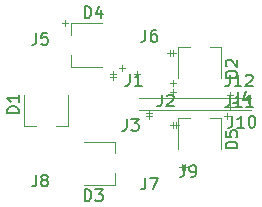
<source format=gbr>
%TF.GenerationSoftware,KiCad,Pcbnew,(5.1.9)-1*%
%TF.CreationDate,2021-08-28T05:28:07+03:00*%
%TF.ProjectId,LED_Head_001,4c45445f-4865-4616-945f-3030312e6b69,rev?*%
%TF.SameCoordinates,Original*%
%TF.FileFunction,Legend,Top*%
%TF.FilePolarity,Positive*%
%FSLAX46Y46*%
G04 Gerber Fmt 4.6, Leading zero omitted, Abs format (unit mm)*
G04 Created by KiCad (PCBNEW (5.1.9)-1) date 2021-08-28 05:28:07*
%MOMM*%
%LPD*%
G01*
G04 APERTURE LIST*
%ADD10C,0.120000*%
%ADD11C,0.150000*%
G04 APERTURE END LIST*
D10*
X-6604000Y-5334000D02*
X-6096000Y-5334000D01*
X-6350000Y-5588000D02*
X-6350000Y-5080000D01*
X-6350000Y-5334000D02*
X-5842000Y-5334000D01*
X-6096000Y-5588000D02*
X-6096000Y-5080000D01*
X-16453700Y6850000D02*
X-15945700Y6850000D01*
X-16199700Y6596000D02*
X-16199700Y7104000D01*
X-7366000Y4318000D02*
X-6858000Y4318000D01*
X-7112000Y4064000D02*
X-7112000Y4572000D01*
X-7620000Y4318000D02*
X-7112000Y4318000D01*
X-7366000Y4064000D02*
X-7366000Y4572000D01*
X-7366000Y4064000D02*
X-7366000Y4572000D01*
X-7620000Y4318000D02*
X-7112000Y4318000D01*
X-12446000Y2286000D02*
X-11938000Y2286000D01*
X-12192000Y2032000D02*
X-12192000Y2540000D01*
X-10414000Y2540000D02*
X-9906000Y2540000D01*
X-10160000Y2286000D02*
X-10160000Y2794000D01*
X-12446000Y2540000D02*
X-11938000Y2540000D01*
X-12192000Y2286000D02*
X-12192000Y2794000D01*
X-7366000Y1016000D02*
X-6858000Y1016000D01*
X-7112000Y762000D02*
X-7112000Y1270000D01*
X-2540000Y762000D02*
X-2032000Y762000D01*
X-2286000Y508000D02*
X-2286000Y1016000D01*
X-9398000Y-762000D02*
X-8890000Y-762000D01*
X-9144000Y-1016000D02*
X-9144000Y-508000D01*
X-7366000Y-1778000D02*
X-6858000Y-1778000D01*
X-7112000Y-2032000D02*
X-7112000Y-1524000D01*
X-7112000Y-1778000D02*
X-6604000Y-1778000D01*
X-6858000Y-2032000D02*
X-6858000Y-1524000D01*
X-2794000Y-1016000D02*
X-2286000Y-1016000D01*
X-2540000Y-1270000D02*
X-2540000Y-762000D01*
X-9398000Y-1016000D02*
X-8890000Y-1016000D01*
X-9144000Y-1270000D02*
X-9144000Y-762000D01*
X-2540000Y-254000D02*
X-2032000Y-254000D01*
X-2286000Y-508000D02*
X-2286000Y0D01*
X-7366000Y1778000D02*
X-6858000Y1778000D01*
X-7112000Y1524000D02*
X-7112000Y2032000D01*
X-11684000Y3048000D02*
X-11176000Y3048000D01*
X-11430000Y2794000D02*
X-11430000Y3302000D01*
X-500000Y-500000D02*
X-10000000Y-500000D01*
X-500000Y500000D02*
X-10000000Y500000D01*
%TO.C,D1*%
X-19691700Y750000D02*
X-19691700Y-1850000D01*
X-19691700Y-1850000D02*
X-18691700Y-1850000D01*
X-15991700Y750000D02*
X-15991700Y-1850000D01*
X-15991700Y-1850000D02*
X-16991700Y-1850000D01*
%TO.C,D2*%
X-6691700Y4850000D02*
X-5691700Y4850000D01*
X-6691700Y2250000D02*
X-6691700Y4850000D01*
X-2991700Y4850000D02*
X-3991700Y4850000D01*
X-2991700Y2250000D02*
X-2991700Y4850000D01*
%TO.C,D3*%
X-11991700Y-3150000D02*
X-11991700Y-4150000D01*
X-14591700Y-3150000D02*
X-11991700Y-3150000D01*
X-11991700Y-6850000D02*
X-11991700Y-5850000D01*
X-14591700Y-6850000D02*
X-11991700Y-6850000D01*
%TO.C,D4*%
X-13091700Y6850000D02*
X-15691700Y6850000D01*
X-15691700Y6850000D02*
X-15691700Y5850000D01*
X-13091700Y3150000D02*
X-15691700Y3150000D01*
X-15691700Y3150000D02*
X-15691700Y4150000D01*
%TO.C,D5*%
X-2991700Y-3750000D02*
X-2991700Y-1150000D01*
X-2991700Y-1150000D02*
X-3991700Y-1150000D01*
X-6691700Y-3750000D02*
X-6691700Y-1150000D01*
X-6691700Y-1150000D02*
X-5691700Y-1150000D01*
%TO.C,D1*%
D11*
X-20139319Y-738095D02*
X-21139319Y-738095D01*
X-21139319Y-499999D01*
X-21091700Y-357142D01*
X-20996461Y-261904D01*
X-20901223Y-214285D01*
X-20710747Y-166666D01*
X-20567890Y-166666D01*
X-20377414Y-214285D01*
X-20282176Y-261904D01*
X-20186938Y-357142D01*
X-20139319Y-500000D01*
X-20139319Y-738095D01*
X-20139319Y785714D02*
X-20139319Y214285D01*
X-20139319Y500000D02*
X-21139319Y500000D01*
X-20996461Y404761D01*
X-20901223Y309523D01*
X-20853604Y214285D01*
%TO.C,D2*%
X-1639319Y2261904D02*
X-2639319Y2261904D01*
X-2639319Y2500000D01*
X-2591700Y2642857D01*
X-2496461Y2738095D01*
X-2401223Y2785714D01*
X-2210747Y2833333D01*
X-2067890Y2833333D01*
X-1877414Y2785714D01*
X-1782176Y2738095D01*
X-1686938Y2642857D01*
X-1639319Y2500000D01*
X-1639319Y2261904D01*
X-2544080Y3214285D02*
X-2591700Y3261904D01*
X-2639319Y3357142D01*
X-2639319Y3595238D01*
X-2591700Y3690476D01*
X-2544080Y3738095D01*
X-2448842Y3785714D01*
X-2353604Y3785714D01*
X-2210747Y3738095D01*
X-1639319Y3166666D01*
X-1639319Y3785714D01*
%TO.C,D3*%
X-14579795Y-8202380D02*
X-14579795Y-7202380D01*
X-14341700Y-7202380D01*
X-14198842Y-7250000D01*
X-14103604Y-7345238D01*
X-14055985Y-7440476D01*
X-14008366Y-7630952D01*
X-14008366Y-7773809D01*
X-14055985Y-7964285D01*
X-14103604Y-8059523D01*
X-14198842Y-8154761D01*
X-14341700Y-8202380D01*
X-14579795Y-8202380D01*
X-13675033Y-7202380D02*
X-13055985Y-7202380D01*
X-13389319Y-7583333D01*
X-13246461Y-7583333D01*
X-13151223Y-7630952D01*
X-13103604Y-7678571D01*
X-13055985Y-7773809D01*
X-13055985Y-8011904D01*
X-13103604Y-8107142D01*
X-13151223Y-8154761D01*
X-13246461Y-8202380D01*
X-13532176Y-8202380D01*
X-13627414Y-8154761D01*
X-13675033Y-8107142D01*
%TO.C,D4*%
X-14579795Y7297619D02*
X-14579795Y8297619D01*
X-14341700Y8297619D01*
X-14198842Y8250000D01*
X-14103604Y8154761D01*
X-14055985Y8059523D01*
X-14008366Y7869047D01*
X-14008366Y7726190D01*
X-14055985Y7535714D01*
X-14103604Y7440476D01*
X-14198842Y7345238D01*
X-14341700Y7297619D01*
X-14579795Y7297619D01*
X-13151223Y7964285D02*
X-13151223Y7297619D01*
X-13389319Y8345238D02*
X-13627414Y7630952D01*
X-13008366Y7630952D01*
%TO.C,D5*%
X-1639319Y-3738095D02*
X-2639319Y-3738095D01*
X-2639319Y-3500000D01*
X-2591700Y-3357142D01*
X-2496461Y-3261904D01*
X-2401223Y-3214285D01*
X-2210747Y-3166666D01*
X-2067890Y-3166666D01*
X-1877414Y-3214285D01*
X-1782176Y-3261904D01*
X-1686938Y-3357142D01*
X-1639319Y-3500000D01*
X-1639319Y-3738095D01*
X-2639319Y-2261904D02*
X-2639319Y-2738095D01*
X-2163128Y-2785714D01*
X-2210747Y-2738095D01*
X-2258366Y-2642857D01*
X-2258366Y-2404761D01*
X-2210747Y-2309523D01*
X-2163128Y-2261904D01*
X-2067890Y-2214285D01*
X-1829795Y-2214285D01*
X-1734557Y-2261904D01*
X-1686938Y-2309523D01*
X-1639319Y-2404761D01*
X-1639319Y-2642857D01*
X-1686938Y-2738095D01*
X-1734557Y-2785714D01*
%TO.C,J1*%
X-10747333Y2579619D02*
X-10747333Y1865333D01*
X-10794952Y1722476D01*
X-10890190Y1627238D01*
X-11033047Y1579619D01*
X-11128285Y1579619D01*
X-9747333Y1579619D02*
X-10318761Y1579619D01*
X-10033047Y1579619D02*
X-10033047Y2579619D01*
X-10128285Y2436761D01*
X-10223523Y2341523D01*
X-10318761Y2293904D01*
%TO.C,J2*%
X-8033333Y822619D02*
X-8033333Y108333D01*
X-8080952Y-34523D01*
X-8176190Y-129761D01*
X-8319047Y-177380D01*
X-8414285Y-177380D01*
X-7604761Y727380D02*
X-7557142Y775000D01*
X-7461904Y822619D01*
X-7223809Y822619D01*
X-7128571Y775000D01*
X-7080952Y727380D01*
X-7033333Y632142D01*
X-7033333Y536904D01*
X-7080952Y394047D01*
X-7652380Y-177380D01*
X-7033333Y-177380D01*
%TO.C,J3*%
X-11001333Y-1230380D02*
X-11001333Y-1944666D01*
X-11048952Y-2087523D01*
X-11144190Y-2182761D01*
X-11287047Y-2230380D01*
X-11382285Y-2230380D01*
X-10620380Y-1230380D02*
X-10001333Y-1230380D01*
X-10334666Y-1611333D01*
X-10191809Y-1611333D01*
X-10096571Y-1658952D01*
X-10048952Y-1706571D01*
X-10001333Y-1801809D01*
X-10001333Y-2039904D01*
X-10048952Y-2135142D01*
X-10096571Y-2182761D01*
X-10191809Y-2230380D01*
X-10477523Y-2230380D01*
X-10572761Y-2182761D01*
X-10620380Y-2135142D01*
%TO.C,J4*%
X-1608333Y1072619D02*
X-1608333Y358333D01*
X-1655952Y215476D01*
X-1751190Y120238D01*
X-1894047Y72619D01*
X-1989285Y72619D01*
X-703571Y739285D02*
X-703571Y72619D01*
X-941666Y1120238D02*
X-1179761Y405952D01*
X-560714Y405952D01*
%TO.C,J5*%
X-18675033Y6047619D02*
X-18675033Y5333333D01*
X-18722652Y5190476D01*
X-18817890Y5095238D01*
X-18960747Y5047619D01*
X-19055985Y5047619D01*
X-17722652Y6047619D02*
X-18198842Y6047619D01*
X-18246461Y5571428D01*
X-18198842Y5619047D01*
X-18103604Y5666666D01*
X-17865509Y5666666D01*
X-17770271Y5619047D01*
X-17722652Y5571428D01*
X-17675033Y5476190D01*
X-17675033Y5238095D01*
X-17722652Y5142857D01*
X-17770271Y5095238D01*
X-17865509Y5047619D01*
X-18103604Y5047619D01*
X-18198842Y5095238D01*
X-18246461Y5142857D01*
%TO.C,J6*%
X-9425033Y6297619D02*
X-9425033Y5583333D01*
X-9472652Y5440476D01*
X-9567890Y5345238D01*
X-9710747Y5297619D01*
X-9805985Y5297619D01*
X-8520271Y6297619D02*
X-8710747Y6297619D01*
X-8805985Y6250000D01*
X-8853604Y6202380D01*
X-8948842Y6059523D01*
X-8996461Y5869047D01*
X-8996461Y5488095D01*
X-8948842Y5392857D01*
X-8901223Y5345238D01*
X-8805985Y5297619D01*
X-8615509Y5297619D01*
X-8520271Y5345238D01*
X-8472652Y5392857D01*
X-8425033Y5488095D01*
X-8425033Y5726190D01*
X-8472652Y5821428D01*
X-8520271Y5869047D01*
X-8615509Y5916666D01*
X-8805985Y5916666D01*
X-8901223Y5869047D01*
X-8948842Y5821428D01*
X-8996461Y5726190D01*
%TO.C,J7*%
X-9425033Y-6202380D02*
X-9425033Y-6916666D01*
X-9472652Y-7059523D01*
X-9567890Y-7154761D01*
X-9710747Y-7202380D01*
X-9805985Y-7202380D01*
X-9044080Y-6202380D02*
X-8377414Y-6202380D01*
X-8805985Y-7202380D01*
%TO.C,J8*%
X-18675033Y-5952380D02*
X-18675033Y-6666666D01*
X-18722652Y-6809523D01*
X-18817890Y-6904761D01*
X-18960747Y-6952380D01*
X-19055985Y-6952380D01*
X-18055985Y-6380952D02*
X-18151223Y-6333333D01*
X-18198842Y-6285714D01*
X-18246461Y-6190476D01*
X-18246461Y-6142857D01*
X-18198842Y-6047619D01*
X-18151223Y-6000000D01*
X-18055985Y-5952380D01*
X-17865509Y-5952380D01*
X-17770271Y-6000000D01*
X-17722652Y-6047619D01*
X-17675033Y-6142857D01*
X-17675033Y-6190476D01*
X-17722652Y-6285714D01*
X-17770271Y-6333333D01*
X-17865509Y-6380952D01*
X-18055985Y-6380952D01*
X-18151223Y-6428571D01*
X-18198842Y-6476190D01*
X-18246461Y-6571428D01*
X-18246461Y-6761904D01*
X-18198842Y-6857142D01*
X-18151223Y-6904761D01*
X-18055985Y-6952380D01*
X-17865509Y-6952380D01*
X-17770271Y-6904761D01*
X-17722652Y-6857142D01*
X-17675033Y-6761904D01*
X-17675033Y-6571428D01*
X-17722652Y-6476190D01*
X-17770271Y-6428571D01*
X-17865509Y-6380952D01*
%TO.C,J9*%
X-6133333Y-5152380D02*
X-6133333Y-5866666D01*
X-6180952Y-6009523D01*
X-6276190Y-6104761D01*
X-6419047Y-6152380D01*
X-6514285Y-6152380D01*
X-5609523Y-6152380D02*
X-5419047Y-6152380D01*
X-5323809Y-6104761D01*
X-5276190Y-6057142D01*
X-5180952Y-5914285D01*
X-5133333Y-5723809D01*
X-5133333Y-5342857D01*
X-5180952Y-5247619D01*
X-5228571Y-5200000D01*
X-5323809Y-5152380D01*
X-5514285Y-5152380D01*
X-5609523Y-5200000D01*
X-5657142Y-5247619D01*
X-5704761Y-5342857D01*
X-5704761Y-5580952D01*
X-5657142Y-5676190D01*
X-5609523Y-5723809D01*
X-5514285Y-5771428D01*
X-5323809Y-5771428D01*
X-5228571Y-5723809D01*
X-5180952Y-5676190D01*
X-5133333Y-5580952D01*
%TO.C,J10*%
X-2084523Y-977380D02*
X-2084523Y-1691666D01*
X-2132142Y-1834523D01*
X-2227380Y-1929761D01*
X-2370238Y-1977380D01*
X-2465476Y-1977380D01*
X-1084523Y-1977380D02*
X-1655952Y-1977380D01*
X-1370238Y-1977380D02*
X-1370238Y-977380D01*
X-1465476Y-1120238D01*
X-1560714Y-1215476D01*
X-1655952Y-1263095D01*
X-465476Y-977380D02*
X-370238Y-977380D01*
X-275000Y-1025000D01*
X-227380Y-1072619D01*
X-179761Y-1167857D01*
X-132142Y-1358333D01*
X-132142Y-1596428D01*
X-179761Y-1786904D01*
X-227380Y-1882142D01*
X-275000Y-1929761D01*
X-370238Y-1977380D01*
X-465476Y-1977380D01*
X-560714Y-1929761D01*
X-608333Y-1882142D01*
X-655952Y-1786904D01*
X-703571Y-1596428D01*
X-703571Y-1358333D01*
X-655952Y-1167857D01*
X-608333Y-1072619D01*
X-560714Y-1025000D01*
X-465476Y-977380D01*
%TO.C,J11*%
X-2284523Y797619D02*
X-2284523Y83333D01*
X-2332142Y-59523D01*
X-2427380Y-154761D01*
X-2570238Y-202380D01*
X-2665476Y-202380D01*
X-1284523Y-202380D02*
X-1855952Y-202380D01*
X-1570238Y-202380D02*
X-1570238Y797619D01*
X-1665476Y654761D01*
X-1760714Y559523D01*
X-1855952Y511904D01*
X-332142Y-202380D02*
X-903571Y-202380D01*
X-617857Y-202380D02*
X-617857Y797619D01*
X-713095Y654761D01*
X-808333Y559523D01*
X-903571Y511904D01*
%TO.C,J12*%
X-2309523Y2522619D02*
X-2309523Y1808333D01*
X-2357142Y1665476D01*
X-2452380Y1570238D01*
X-2595238Y1522619D01*
X-2690476Y1522619D01*
X-1309523Y1522619D02*
X-1880952Y1522619D01*
X-1595238Y1522619D02*
X-1595238Y2522619D01*
X-1690476Y2379761D01*
X-1785714Y2284523D01*
X-1880952Y2236904D01*
X-928571Y2427380D02*
X-880952Y2475000D01*
X-785714Y2522619D01*
X-547619Y2522619D01*
X-452380Y2475000D01*
X-404761Y2427380D01*
X-357142Y2332142D01*
X-357142Y2236904D01*
X-404761Y2094047D01*
X-976190Y1522619D01*
X-357142Y1522619D01*
%TD*%
M02*

</source>
